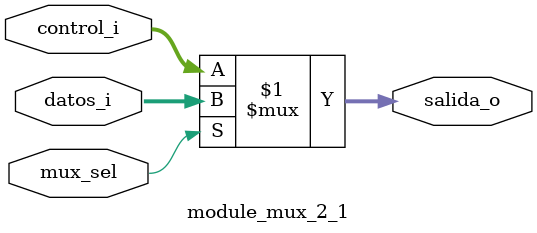
<source format=sv>
module module_mux_2_1 # (

    parameter DATA_WIDTH = 32 //Ancho de bits de los datos
  
)(

    //Entradas
    input logic mux_sel,                   //Bit de seleccion
    input logic [DATA_WIDTH - 1 : 0] control_i,    //Entrada a
    input logic [DATA_WIDTH - 1 : 0] datos_i,      //Entrada b
    
    //Salidas
    output logic [DATA_WIDTH - 1 : 0] salida_o //Salida del mux
    
);
    
    //Mux 2:1 
    assign salida_o =  mux_sel ? datos_i : control_i; 

endmodule

</source>
